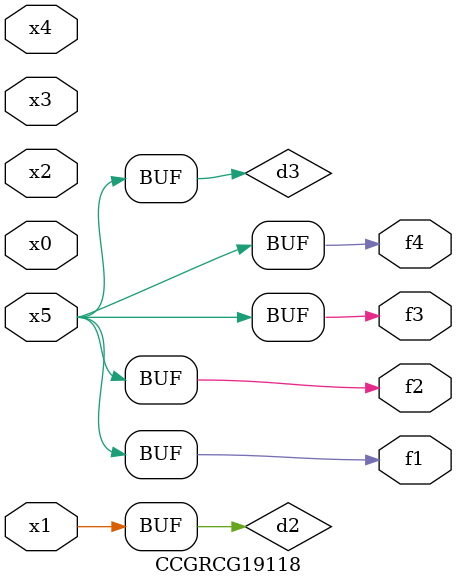
<source format=v>
module CCGRCG19118(
	input x0, x1, x2, x3, x4, x5,
	output f1, f2, f3, f4
);

	wire d1, d2, d3;

	not (d1, x5);
	or (d2, x1);
	xnor (d3, d1);
	assign f1 = d3;
	assign f2 = d3;
	assign f3 = d3;
	assign f4 = d3;
endmodule

</source>
